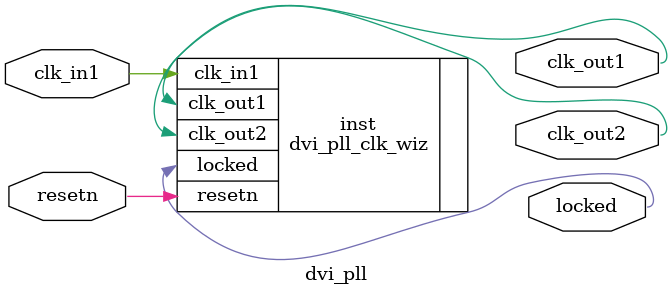
<source format=v>


`timescale 1ps/1ps

(* CORE_GENERATION_INFO = "dvi_pll,clk_wiz_v6_0_2_0_0,{component_name=dvi_pll,use_phase_alignment=true,use_min_o_jitter=false,use_max_i_jitter=false,use_dyn_phase_shift=false,use_inclk_switchover=false,use_dyn_reconfig=false,enable_axi=0,feedback_source=FDBK_AUTO,PRIMITIVE=MMCM,num_out_clk=2,clkin1_period=10.000,clkin2_period=10.000,use_power_down=false,use_reset=true,use_locked=true,use_inclk_stopped=false,feedback_type=SINGLE,CLOCK_MGR_TYPE=NA,manual_override=false}" *)

module dvi_pll 
 (
  // Clock out ports
  output        clk_out1,
  output        clk_out2,
  // Status and control signals
  input         resetn,
  output        locked,
 // Clock in ports
  input         clk_in1
 );

  dvi_pll_clk_wiz inst
  (
  // Clock out ports  
  .clk_out1(clk_out1),
  .clk_out2(clk_out2),
  // Status and control signals               
  .resetn(resetn), 
  .locked(locked),
 // Clock in ports
  .clk_in1(clk_in1)
  );

endmodule

</source>
